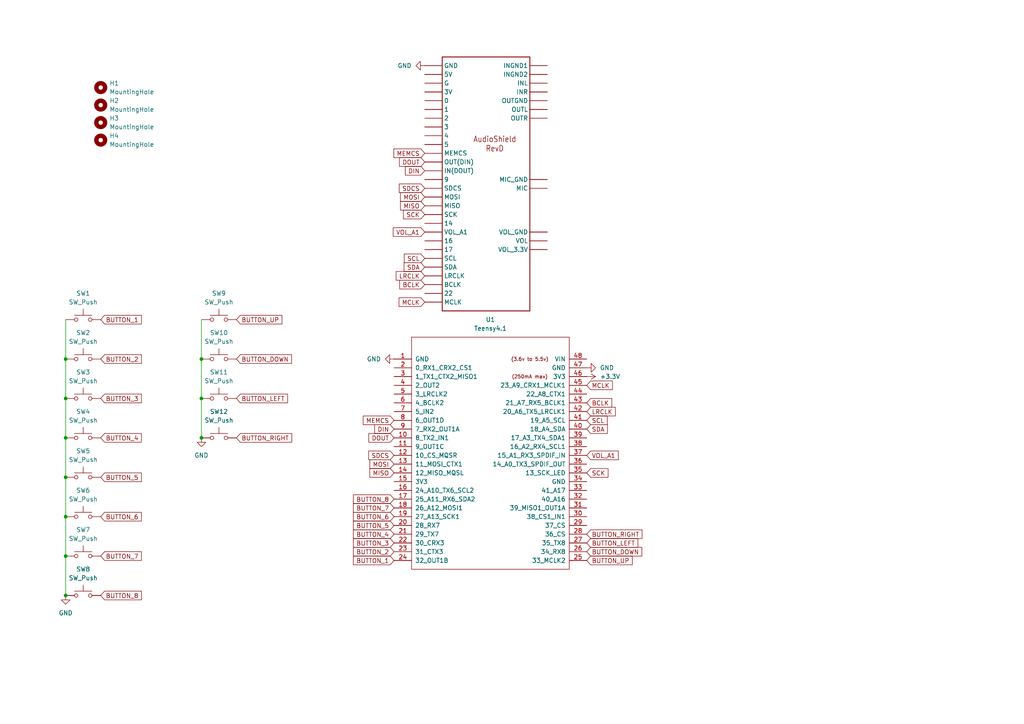
<source format=kicad_sch>
(kicad_sch (version 20231120) (generator "eeschema") (generator_version "8.0")
  (paper "A4")
  (lib_symbols
    (symbol "Mechanical:MountingHole" (pin_names (offset 1.016)) (exclude_from_sim yes) (in_bom no)
      (property "Reference" "H" (at 0 5.08 0))
      (property "Value" "MountingHole" (at 0 3.175 0))
      (symbol "MountingHole_0_1"
        (circle (center 0 0) (radius 1.27) (stroke (width 1.27)))
      )
    )
    (symbol "Switch:SW_Push" (pin_numbers hide) (pin_names (offset 1.016) hide)
      (property "Reference" "SW" (at 1.27 2.54 0))
      (property "Value" "SW_Push" (at 0 -1.524 0))
      (symbol "SW_Push_0_1"
        (circle (center -2.032 0) (radius 0.508))
        (polyline (pts (xy 0 1.27) (xy 0 3.048)))
        (polyline (pts (xy 2.54 1.27) (xy -2.54 1.27)))
        (circle (center 2.032 0) (radius 0.508))
        (pin passive line (at -5.08 0 0) (length 2.54) (name "1") (number "1"))
        (pin passive line (at 5.08 0 180) (length 2.54) (name "2") (number "2"))
      )
    )
    (symbol "power:+3.3V" (power) (pin_numbers hide) (pin_names (offset 0) hide)
      (property "Value" "+3.3V" (at 0 3.556 0))
      (symbol "+3.3V_0_1"
        (polyline (pts (xy -0.762 1.27) (xy 0 2.54)))
        (polyline (pts (xy 0 0) (xy 0 2.54)))
        (polyline (pts (xy 0 2.54) (xy 0.762 1.27)))
      )
      (symbol "+3.3V_1_1"
        (pin power_in line (at 0 0 90) (length 0) (name "~") (number "1"))
      )
    )
    (symbol "power:GND" (power) (pin_numbers hide) (pin_names (offset 0) hide)
      (property "Value" "GND" (at 0 -3.81 0))
      (symbol "GND_0_1"
        (polyline (pts (xy 0 0) (xy 0 -1.27) (xy 1.27 -1.27) (xy 0 -2.54) (xy -1.27 -1.27) (xy 0 -1.27)))
      )
      (symbol "GND_1_1"
        (pin power_in line (at 0 0 270) (length 0) (name "~") (number "1"))
      )
    )
    (symbol "teensy:Teensy4.1" (pin_names (offset 1.016))
      (property "Reference" "U" (at 0 64.77 0))
      (property "Value" "Teensy4.1" (at 0 62.23 0))
      (symbol "Teensy4.1_0_0"
        (text "(250mA max)" (at 11.43 49.53 0) (effects (font (size 1.016 1.016))))
        (text "(3.6v to 5.5v)" (at 11.43 54.61 0) (effects (font (size 1.016 1.016))))
        (pin bidirectional line (at -27.94 31.75 0) (length 5.08) (name "8_TX2_IN1") (number "10"))
        (pin bidirectional line (at -27.94 29.21 0) (length 5.08) (name "9_OUT1C") (number "11"))
        (pin bidirectional line (at -27.94 26.67 0) (length 5.08) (name "10_CS_MQSR") (number "12"))
        (pin bidirectional line (at -27.94 24.13 0) (length 5.08) (name "11_MOSI_CTX1") (number "13"))
        (pin bidirectional line (at -27.94 21.59 0) (length 5.08) (name "12_MISO_MQSL") (number "14"))
        (pin power_in line (at -27.94 19.05 0) (length 5.08) (name "3V3") (number "15"))
        (pin bidirectional line (at -27.94 16.51 0) (length 5.08) (name "24_A10_TX6_SCL2") (number "16"))
        (pin bidirectional line (at -27.94 13.97 0) (length 5.08) (name "25_A11_RX6_SDA2") (number "17"))
        (pin bidirectional line (at -27.94 11.43 0) (length 5.08) (name "26_A12_MOSI1") (number "18"))
        (pin bidirectional line (at -27.94 8.89 0) (length 5.08) (name "27_A13_SCK1") (number "19"))
        (pin bidirectional line (at -27.94 6.35 0) (length 5.08) (name "28_RX7") (number "20"))
        (pin bidirectional line (at -27.94 3.81 0) (length 5.08) (name "29_TX7") (number "21"))
        (pin bidirectional line (at -27.94 1.27 0) (length 5.08) (name "30_CRX3") (number "22"))
        (pin bidirectional line (at -27.94 -1.27 0) (length 5.08) (name "31_CTX3") (number "23"))
        (pin bidirectional line (at -27.94 -3.81 0) (length 5.08) (name "32_OUT1B") (number "24"))
        (pin bidirectional line (at 27.94 -3.81 180) (length 5.08) (name "33_MCLK2") (number "25"))
        (pin bidirectional line (at 27.94 -1.27 180) (length 5.08) (name "34_RX8") (number "26"))
        (pin bidirectional line (at 27.94 1.27 180) (length 5.08) (name "35_TX8") (number "27"))
        (pin bidirectional line (at 27.94 3.81 180) (length 5.08) (name "36_CS") (number "28"))
        (pin bidirectional line (at 27.94 6.35 180) (length 5.08) (name "37_CS") (number "29"))
        (pin bidirectional line (at 27.94 8.89 180) (length 5.08) (name "38_CS1_IN1") (number "30"))
        (pin bidirectional line (at 27.94 11.43 180) (length 5.08) (name "39_MISO1_OUT1A") (number "31"))
        (pin bidirectional line (at 27.94 13.97 180) (length 5.08) (name "40_A16") (number "32"))
        (pin bidirectional line (at 27.94 16.51 180) (length 5.08) (name "41_A17") (number "33"))
        (pin bidirectional line (at 27.94 21.59 180) (length 5.08) (name "13_SCK_LED") (number "35"))
        (pin bidirectional line (at 27.94 24.13 180) (length 5.08) (name "14_A0_TX3_SPDIF_OUT") (number "36"))
        (pin bidirectional line (at 27.94 26.67 180) (length 5.08) (name "15_A1_RX3_SPDIF_IN") (number "37"))
        (pin bidirectional line (at 27.94 29.21 180) (length 5.08) (name "16_A2_RX4_SCL1") (number "38"))
        (pin bidirectional line (at 27.94 31.75 180) (length 5.08) (name "17_A3_TX4_SDA1") (number "39"))
        (pin bidirectional line (at 27.94 34.29 180) (length 5.08) (name "18_A4_SDA") (number "40"))
        (pin bidirectional line (at 27.94 36.83 180) (length 5.08) (name "19_A5_SCL") (number "41"))
        (pin bidirectional line (at 27.94 39.37 180) (length 5.08) (name "20_A6_TX5_LRCLK1") (number "42"))
        (pin bidirectional line (at 27.94 41.91 180) (length 5.08) (name "21_A7_RX5_BCLK1") (number "43"))
        (pin bidirectional line (at 27.94 44.45 180) (length 5.08) (name "22_A8_CTX1") (number "44"))
        (pin bidirectional line (at 27.94 46.99 180) (length 5.08) (name "23_A9_CRX1_MCLK1") (number "45"))
        (pin output line (at 27.94 49.53 180) (length 5.08) (name "3V3") (number "46"))
        (pin output line (at 27.94 52.07 180) (length 5.08) (name "GND") (number "47"))
        (pin power_in line (at 27.94 54.61 180) (length 5.08) (name "VIN") (number "48"))
        (pin bidirectional line (at -27.94 44.45 0) (length 5.08) (name "3_LRCLK2") (number "5"))
        (pin bidirectional line (at -27.94 41.91 0) (length 5.08) (name "4_BCLK2") (number "6"))
        (pin bidirectional line (at -27.94 39.37 0) (length 5.08) (name "5_IN2") (number "7"))
        (pin bidirectional line (at -27.94 36.83 0) (length 5.08) (name "6_OUT1D") (number "8"))
        (pin bidirectional line (at -27.94 34.29 0) (length 5.08) (name "7_RX2_OUT1A") (number "9"))
      )
      (symbol "Teensy4.1_0_1"
        (rectangle (start -22.86 60.96) (end 22.86 -6.35))
        (rectangle (start -20.32 -1.27) (end -20.32 -1.27))
      )
      (symbol "Teensy4.1_1_1"
        (pin power_in line (at -27.94 54.61 0) (length 5.08) (name "GND") (number "1"))
        (pin bidirectional line (at -27.94 52.07 0) (length 5.08) (name "0_RX1_CRX2_CS1") (number "2"))
        (pin bidirectional line (at -27.94 49.53 0) (length 5.08) (name "1_TX1_CTX2_MISO1") (number "3"))
        (pin power_in line (at 27.94 19.05 180) (length 5.08) (name "GND") (number "34"))
        (pin bidirectional line (at -27.94 46.99 0) (length 5.08) (name "2_OUT2") (number "4"))
      )
    )
    (symbol "teensy_audio_shield:AUDIOSHIELD-REVD"
      (symbol "AUDIOSHIELD-REVD_1_0"
        (polyline (pts (xy -12.7 -35.56) (xy -12.7 38.1)) (stroke (width 0.254)))
        (polyline (pts (xy -12.7 38.1) (xy 12.7 38.1)) (stroke (width 0.254)))
        (polyline (pts (xy 12.7 -35.56) (xy -12.7 -35.56)) (stroke (width 0.254)))
        (polyline (pts (xy 12.7 38.1) (xy 12.7 -35.56)) (stroke (width 0.254)))
        (text "AudioShield\nRevD" (at 2.54 15.24 0) (effects (font (size 1.6764 1.4249)) (justify top)))
        (pin bidirectional line (at -17.78 25.4 0) (length 5.08) (name "0") (number "0"))
        (pin bidirectional line (at -17.78 22.86 0) (length 5.08) (name "1") (number "1"))
        (pin bidirectional line (at -17.78 0 0) (length 5.08) (name "SDCS") (number "10"))
        (pin bidirectional line (at -17.78 -2.54 0) (length 5.08) (name "MOSI") (number "11"))
        (pin bidirectional line (at -17.78 -5.08 0) (length 5.08) (name "MISO") (number "12"))
        (pin bidirectional line (at -17.78 -7.62 0) (length 5.08) (name "SCK") (number "13"))
        (pin bidirectional line (at -17.78 -10.16 0) (length 5.08) (name "14") (number "14"))
        (pin bidirectional line (at -17.78 -12.7 0) (length 5.08) (name "VOL_A1") (number "15"))
        (pin bidirectional line (at -17.78 -15.24 0) (length 5.08) (name "16") (number "16"))
        (pin bidirectional line (at -17.78 -17.78 0) (length 5.08) (name "17") (number "17"))
        (pin bidirectional line (at -17.78 -22.86 0) (length 5.08) (name "SDA") (number "18"))
        (pin bidirectional line (at -17.78 -20.32 0) (length 5.08) (name "SCL") (number "19"))
        (pin bidirectional line (at -17.78 20.32 0) (length 5.08) (name "2") (number "2"))
        (pin bidirectional line (at -17.78 -25.4 0) (length 5.08) (name "LRCLK") (number "20"))
        (pin bidirectional line (at -17.78 -27.94 0) (length 5.08) (name "BCLK") (number "21"))
        (pin bidirectional line (at -17.78 -30.48 0) (length 5.08) (name "22") (number "22"))
        (pin bidirectional line (at -17.78 -33.02 0) (length 5.08) (name "MCLK") (number "23"))
        (pin bidirectional line (at -17.78 17.78 0) (length 5.08) (name "3") (number "3"))
        (pin bidirectional line (at -17.78 27.94 0) (length 5.08) (name "3V") (number "3V"))
        (pin bidirectional line (at -17.78 15.24 0) (length 5.08) (name "4") (number "4"))
        (pin bidirectional line (at -17.78 12.7 0) (length 5.08) (name "5") (number "5"))
        (pin bidirectional line (at -17.78 33.02 0) (length 5.08) (name "5V") (number "5V"))
        (pin bidirectional line (at -17.78 10.16 0) (length 5.08) (name "MEMCS") (number "6"))
        (pin bidirectional line (at -17.78 7.62 0) (length 5.08) (name "OUT(DIN)") (number "7"))
        (pin bidirectional line (at -17.78 5.08 0) (length 5.08) (name "IN(DOUT)") (number "8"))
        (pin bidirectional line (at -17.78 2.54 0) (length 5.08) (name "9") (number "9"))
        (pin bidirectional line (at -17.78 30.48 0) (length 5.08) (name "G") (number "G"))
        (pin bidirectional line (at -17.78 35.56 0) (length 5.08) (name "GND") (number "GND"))
        (pin bidirectional line (at 17.78 2.54 180) (length 5.08) (name "MIC_GND") (number "GND_MIC"))
        (pin bidirectional line (at 17.78 35.56 180) (length 5.08) (name "INGND1") (number "INGND1"))
        (pin bidirectional line (at 17.78 33.02 180) (length 5.08) (name "INGND2") (number "INGND2"))
        (pin input line (at 17.78 30.48 180) (length 5.08) (name "INL") (number "INL"))
        (pin input line (at 17.78 27.94 180) (length 5.08) (name "INR") (number "INR"))
        (pin input line (at 17.78 0 180) (length 5.08) (name "MIC") (number "MIC"))
        (pin bidirectional line (at 17.78 25.4 180) (length 5.08) (name "OUTGND") (number "OUTGND"))
        (pin output line (at 17.78 22.86 180) (length 5.08) (name "OUTL") (number "OUTL"))
        (pin output line (at 17.78 20.32 180) (length 5.08) (name "OUTR") (number "OUTR"))
        (pin input line (at 17.78 -15.24 180) (length 5.08) (name "VOL") (number "VOL"))
        (pin bidirectional line (at 17.78 -17.78 180) (length 5.08) (name "VOL_3.3V") (number "VOL_3.3V"))
        (pin bidirectional line (at 17.78 -12.7 180) (length 5.08) (name "VOL_GND") (number "VOL_GND"))
      )
    )
  )
  (junction (at 19.05 127))
  (junction (at 58.42 104.14))
  (junction (at 19.05 149.86))
  (junction (at 58.42 127))
  (junction (at 58.42 115.57))
  (junction (at 19.05 115.57))
  (junction (at 19.05 138.43))
  (junction (at 19.05 172.72))
  (junction (at 19.05 104.14))
  (junction (at 19.05 161.29))
  (wire (pts (xy 19.05 92.71) (xy 19.05 104.14)))
  (wire (pts (xy 58.42 104.14) (xy 58.42 115.57)))
  (wire (pts (xy 58.42 115.57) (xy 58.42 127)))
  (wire (pts (xy 19.05 115.57) (xy 19.05 127)))
  (wire (pts (xy 19.05 149.86) (xy 19.05 161.29)))
  (wire (pts (xy 19.05 138.43) (xy 19.05 149.86)))
  (wire (pts (xy 19.05 104.14) (xy 19.05 115.57)))
  (wire (pts (xy 58.42 92.71) (xy 58.42 104.14)))
  (wire (pts (xy 19.05 127) (xy 19.05 138.43)))
  (wire (pts (xy 19.05 161.29) (xy 19.05 172.72)))
  (global_label "BUTTON_4" (shape input) (at 29.21 127 0) (property "Intersheetrefs" "${INTERSHEET_REFS}" (effects (hide yes))))
  (global_label "SCK" (shape input) (at 123.19 62.23 180) (property "Intersheetrefs" "${INTERSHEET_REFS}" (effects (hide yes))))
  (global_label "BUTTON_RIGHT" (shape input) (at 68.58 127 0) (property "Intersheetrefs" "${INTERSHEET_REFS}" (effects (hide yes))))
  (global_label "BUTTON_LEFT" (shape input) (at 68.58 115.57 0) (property "Intersheetrefs" "${INTERSHEET_REFS}" (effects (hide yes))))
  (global_label "BUTTON_LEFT" (shape input) (at 170.18 157.48 0) (property "Intersheetrefs" "${INTERSHEET_REFS}" (effects (hide yes))))
  (global_label "SDCS" (shape input) (at 123.19 54.61 180) (property "Intersheetrefs" "${INTERSHEET_REFS}" (effects (hide yes))))
  (global_label "MOSI" (shape input) (at 114.3 134.62 180) (property "Intersheetrefs" "${INTERSHEET_REFS}" (effects (hide yes))))
  (global_label "BUTTON_3" (shape input) (at 29.21 115.57 0) (property "Intersheetrefs" "${INTERSHEET_REFS}" (effects (hide yes))))
  (global_label "BUTTON_RIGHT" (shape input) (at 170.18 154.94 0) (property "Intersheetrefs" "${INTERSHEET_REFS}" (effects (hide yes))))
  (global_label "BUTTON_4" (shape input) (at 114.3 154.94 180) (property "Intersheetrefs" "${INTERSHEET_REFS}" (effects (hide yes))))
  (global_label "MEMCS" (shape input) (at 123.19 44.45 180) (property "Intersheetrefs" "${INTERSHEET_REFS}" (effects (hide yes))))
  (global_label "SDA" (shape input) (at 123.19 77.47 180) (property "Intersheetrefs" "${INTERSHEET_REFS}" (effects (hide yes))))
  (global_label "LRCLK" (shape input) (at 170.18 119.38 0) (property "Intersheetrefs" "${INTERSHEET_REFS}" (effects (hide yes))))
  (global_label "BUTTON_UP" (shape input) (at 170.18 162.56 0) (property "Intersheetrefs" "${INTERSHEET_REFS}" (effects (hide yes))))
  (global_label "SCK" (shape input) (at 170.18 137.16 0) (property "Intersheetrefs" "${INTERSHEET_REFS}" (effects (hide yes))))
  (global_label "MISO" (shape input) (at 114.3 137.16 180) (property "Intersheetrefs" "${INTERSHEET_REFS}" (effects (hide yes))))
  (global_label "MCLK" (shape input) (at 123.19 87.63 180) (property "Intersheetrefs" "${INTERSHEET_REFS}" (effects (hide yes))))
  (global_label "BUTTON_2" (shape input) (at 29.21 104.14 0) (property "Intersheetrefs" "${INTERSHEET_REFS}" (effects (hide yes))))
  (global_label "VOL_A1" (shape input) (at 170.18 132.08 0) (property "Intersheetrefs" "${INTERSHEET_REFS}" (effects (hide yes))))
  (global_label "SCL" (shape input) (at 170.18 121.92 0) (property "Intersheetrefs" "${INTERSHEET_REFS}" (effects (hide yes))))
  (global_label "BUTTON_UP" (shape input) (at 68.58 92.71 0) (property "Intersheetrefs" "${INTERSHEET_REFS}" (effects (hide yes))))
  (global_label "BUTTON_6" (shape input) (at 114.3 149.86 180) (property "Intersheetrefs" "${INTERSHEET_REFS}" (effects (hide yes))))
  (global_label "DIN" (shape input) (at 114.3 124.46 180) (property "Intersheetrefs" "${INTERSHEET_REFS}" (effects (hide yes))))
  (global_label "VOL_A1" (shape input) (at 123.19 67.31 180) (property "Intersheetrefs" "${INTERSHEET_REFS}" (effects (hide yes))))
  (global_label "SCL" (shape input) (at 123.19 74.93 180) (property "Intersheetrefs" "${INTERSHEET_REFS}" (effects (hide yes))))
  (global_label "BUTTON_5" (shape input) (at 29.21 138.43 0) (property "Intersheetrefs" "${INTERSHEET_REFS}" (effects (hide yes))))
  (global_label "DIN" (shape input) (at 123.19 49.53 180) (property "Intersheetrefs" "${INTERSHEET_REFS}" (effects (hide yes))))
  (global_label "MOSI" (shape input) (at 123.19 57.15 180) (property "Intersheetrefs" "${INTERSHEET_REFS}" (effects (hide yes))))
  (global_label "BUTTON_2" (shape input) (at 114.3 160.02 180) (property "Intersheetrefs" "${INTERSHEET_REFS}" (effects (hide yes))))
  (global_label "BUTTON_DOWN" (shape input) (at 68.58 104.14 0) (property "Intersheetrefs" "${INTERSHEET_REFS}" (effects (hide yes))))
  (global_label "BUTTON_1" (shape input) (at 29.21 92.71 0) (property "Intersheetrefs" "${INTERSHEET_REFS}" (effects (hide yes))))
  (global_label "BUTTON_8" (shape input) (at 29.21 172.72 0) (property "Intersheetrefs" "${INTERSHEET_REFS}" (effects (hide yes))))
  (global_label "MCLK" (shape input) (at 170.18 111.76 0) (property "Intersheetrefs" "${INTERSHEET_REFS}" (effects (hide yes))))
  (global_label "LRCLK" (shape input) (at 123.19 80.01 180) (property "Intersheetrefs" "${INTERSHEET_REFS}" (effects (hide yes))))
  (global_label "SDA" (shape input) (at 170.18 124.46 0) (property "Intersheetrefs" "${INTERSHEET_REFS}" (effects (hide yes))))
  (global_label "BUTTON_3" (shape input) (at 114.3 157.48 180) (property "Intersheetrefs" "${INTERSHEET_REFS}" (effects (hide yes))))
  (global_label "BCLK" (shape input) (at 123.19 82.55 180) (property "Intersheetrefs" "${INTERSHEET_REFS}" (effects (hide yes))))
  (global_label "BUTTON_7" (shape input) (at 29.21 161.29 0) (property "Intersheetrefs" "${INTERSHEET_REFS}" (effects (hide yes))))
  (global_label "BUTTON_DOWN" (shape input) (at 170.18 160.02 0) (property "Intersheetrefs" "${INTERSHEET_REFS}" (effects (hide yes))))
  (global_label "SDCS" (shape input) (at 114.3 132.08 180) (property "Intersheetrefs" "${INTERSHEET_REFS}" (effects (hide yes))))
  (global_label "BUTTON_8" (shape input) (at 114.3 144.78 180) (property "Intersheetrefs" "${INTERSHEET_REFS}" (effects (hide yes))))
  (global_label "MISO" (shape input) (at 123.19 59.69 180) (property "Intersheetrefs" "${INTERSHEET_REFS}" (effects (hide yes))))
  (global_label "BCLK" (shape input) (at 170.18 116.84 0) (property "Intersheetrefs" "${INTERSHEET_REFS}" (effects (hide yes))))
  (global_label "BUTTON_1" (shape input) (at 114.3 162.56 180) (property "Intersheetrefs" "${INTERSHEET_REFS}" (effects (hide yes))))
  (global_label "DOUT" (shape input) (at 123.19 46.99 180) (property "Intersheetrefs" "${INTERSHEET_REFS}" (effects (hide yes))))
  (global_label "MEMCS" (shape input) (at 114.3 121.92 180) (property "Intersheetrefs" "${INTERSHEET_REFS}" (effects (hide yes))))
  (global_label "BUTTON_6" (shape input) (at 29.21 149.86 0) (property "Intersheetrefs" "${INTERSHEET_REFS}" (effects (hide yes))))
  (global_label "DOUT" (shape input) (at 114.3 127 180) (property "Intersheetrefs" "${INTERSHEET_REFS}" (effects (hide yes))))
  (global_label "BUTTON_5" (shape input) (at 114.3 152.4 180) (property "Intersheetrefs" "${INTERSHEET_REFS}" (effects (hide yes))))
  (global_label "BUTTON_7" (shape input) (at 114.3 147.32 180) (property "Intersheetrefs" "${INTERSHEET_REFS}" (effects (hide yes))))
  (symbol (lib_id "Switch:SW_Push") (at 24.13 172.72 0) (unit 1)
    (property "Reference" "SW8" (at 24.13 165.1 0))
    (property "Value" "SW_Push" (at 24.13 167.64 0))
    (property "Footprint" "Button_Switch_Keyboard:SW_Cherry_MX_1.00u_PCB" (effects (hide yes)))
    (property "Description" "Push button switch, generic, two pins" (effects (hide yes)))
  )
  (symbol (lib_id "Switch:SW_Push") (at 24.13 149.86 0) (unit 1)
    (property "Reference" "SW6" (at 24.13 142.24 0))
    (property "Value" "SW_Push" (at 24.13 144.78 0))
    (property "Footprint" "Button_Switch_Keyboard:SW_Cherry_MX_1.00u_PCB" (effects (hide yes)))
    (property "Description" "Push button switch, generic, two pins" (effects (hide yes)))
  )
  (symbol (lib_id "teensy:Teensy4.1") (at 142.24 158.75 0) (unit 1)
    (property "Reference" "U1" (at 142.24 92.71 0))
    (property "Value" "Teensy4.1" (at 142.24 95.25 0))
    (property "Footprint" "teensy.pretty-master:Teensy41" (effects (hide yes)))
  )
  (symbol (lib_id "Mechanical:MountingHole") (at 29.21 30.48 0) (unit 1) (exclude_from_sim yes) (in_bom no)
    (property "Reference" "H2" (at 31.75 29.2099 0) (effects (justify left)))
    (property "Value" "MountingHole" (at 31.75 31.7499 0) (effects (justify left)))
    (property "Footprint" "MountingHole:MountingHole_2.7mm" (effects (hide yes)))
    (property "Description" "Mounting Hole without connection" (effects (hide yes)))
  )
  (symbol (lib_id "Switch:SW_Push") (at 24.13 127 0) (unit 1)
    (property "Reference" "SW4" (at 24.13 119.38 0))
    (property "Value" "SW_Push" (at 24.13 121.92 0))
    (property "Footprint" "Button_Switch_Keyboard:SW_Cherry_MX_1.00u_PCB" (effects (hide yes)))
    (property "Description" "Push button switch, generic, two pins" (effects (hide yes)))
  )
  (symbol (lib_id "power:GND") (at 19.05 172.72 0) (unit 1)
    (property "Reference" "#PWR05" (effects (hide yes)))
    (property "Value" "GND" (at 19.05 177.8 0))
    (property "Description" "Power symbol creates a global label with name \"GND\" , ground" (effects (hide yes)))
  )
  (symbol (lib_id "Switch:SW_Push") (at 24.13 104.14 0) (unit 1)
    (property "Reference" "SW2" (at 24.13 96.52 0))
    (property "Value" "SW_Push" (at 24.13 99.06 0))
    (property "Footprint" "Button_Switch_Keyboard:SW_Cherry_MX_1.00u_PCB" (effects (hide yes)))
    (property "Description" "Push button switch, generic, two pins" (effects (hide yes)))
  )
  (symbol (lib_id "Switch:SW_Push") (at 24.13 92.71 0) (unit 1)
    (property "Reference" "SW1" (at 24.13 85.09 0))
    (property "Value" "SW_Push" (at 24.13 87.63 0))
    (property "Footprint" "Button_Switch_Keyboard:SW_Cherry_MX_1.00u_PCB" (effects (hide yes)))
    (property "Description" "Push button switch, generic, two pins" (effects (hide yes)))
  )
  (symbol (lib_id "Switch:SW_Push") (at 24.13 138.43 0) (unit 1)
    (property "Reference" "SW5" (at 24.13 130.81 0))
    (property "Value" "SW_Push" (at 24.13 133.35 0))
    (property "Footprint" "Button_Switch_Keyboard:SW_Cherry_MX_1.00u_PCB" (effects (hide yes)))
    (property "Description" "Push button switch, generic, two pins" (effects (hide yes)))
  )
  (symbol (lib_id "power:GND") (at 123.19 19.05 270) (unit 1)
    (property "Reference" "#PWR01" (effects (hide yes)))
    (property "Value" "GND" (at 119.38 19.0499 90) (effects (justify right)))
    (property "Description" "Power symbol creates a global label with name \"GND\" , ground" (effects (hide yes)))
  )
  (symbol (lib_id "Mechanical:MountingHole") (at 29.21 40.64 0) (unit 1) (exclude_from_sim yes) (in_bom no)
    (property "Reference" "H4" (at 31.75 39.3699 0) (effects (justify left)))
    (property "Value" "MountingHole" (at 31.75 41.9099 0) (effects (justify left)))
    (property "Footprint" "MountingHole:MountingHole_2.7mm" (effects (hide yes)))
    (property "Description" "Mounting Hole without connection" (effects (hide yes)))
  )
  (symbol (lib_id "power:+3.3V") (at 170.18 109.22 270) (unit 1)
    (property "Reference" "#PWR04" (effects (hide yes)))
    (property "Value" "+3.3V" (at 173.99 109.2199 90) (effects (justify left)))
    (property "Description" "Power symbol creates a global label with name \"+3.3V\"" (effects (hide yes)))
  )
  (symbol (lib_id "Mechanical:MountingHole") (at 29.21 35.56 0) (unit 1) (exclude_from_sim yes) (in_bom no)
    (property "Reference" "H3" (at 31.75 34.2899 0) (effects (justify left)))
    (property "Value" "MountingHole" (at 31.75 36.8299 0) (effects (justify left)))
    (property "Footprint" "MountingHole:MountingHole_2.7mm" (effects (hide yes)))
    (property "Description" "Mounting Hole without connection" (effects (hide yes)))
  )
  (symbol (lib_id "Switch:SW_Push") (at 24.13 161.29 0) (unit 1)
    (property "Reference" "SW7" (at 24.13 153.67 0))
    (property "Value" "SW_Push" (at 24.13 156.21 0))
    (property "Footprint" "Button_Switch_Keyboard:SW_Cherry_MX_1.00u_PCB" (effects (hide yes)))
    (property "Description" "Push button switch, generic, two pins" (effects (hide yes)))
  )
  (symbol (lib_id "Switch:SW_Push") (at 63.5 92.71 0) (unit 1)
    (property "Reference" "SW9" (at 63.5 85.09 0))
    (property "Value" "SW_Push" (at 63.5 87.63 0))
    (property "Footprint" "Button_Switch_Keyboard:SW_Cherry_MX_1.00u_PCB" (effects (hide yes)))
    (property "Description" "Push button switch, generic, two pins" (effects (hide yes)))
  )
  (symbol (lib_id "Switch:SW_Push") (at 63.5 127 0) (unit 1)
    (property "Reference" "SW12" (at 63.5 119.38 0))
    (property "Value" "SW_Push" (at 63.5 121.92 0))
    (property "Footprint" "Button_Switch_Keyboard:SW_Cherry_MX_1.00u_PCB" (effects (hide yes)))
    (property "Description" "Push button switch, generic, two pins" (effects (hide yes)))
  )
  (symbol (lib_id "power:GND") (at 114.3 104.14 270) (unit 1)
    (property "Reference" "#PWR02" (effects (hide yes)))
    (property "Value" "GND" (at 110.49 104.1399 90) (effects (justify right)))
    (property "Description" "Power symbol creates a global label with name \"GND\" , ground" (effects (hide yes)))
  )
  (symbol (lib_id "Switch:SW_Push") (at 63.5 115.57 0) (unit 1)
    (property "Reference" "SW11" (at 63.5 107.95 0))
    (property "Value" "SW_Push" (at 63.5 110.49 0))
    (property "Footprint" "Button_Switch_Keyboard:SW_Cherry_MX_1.00u_PCB" (effects (hide yes)))
    (property "Description" "Push button switch, generic, two pins" (effects (hide yes)))
  )
  (symbol (lib_id "power:GND") (at 58.42 127 0) (unit 1)
    (property "Reference" "#PWR06" (effects (hide yes)))
    (property "Value" "GND" (at 58.42 132.08 0))
    (property "Description" "Power symbol creates a global label with name \"GND\" , ground" (effects (hide yes)))
  )
  (symbol (lib_id "power:GND") (at 170.18 106.68 90) (unit 1)
    (property "Reference" "#PWR03" (effects (hide yes)))
    (property "Value" "GND" (at 173.99 106.6799 90) (effects (justify right)))
    (property "Description" "Power symbol creates a global label with name \"GND\" , ground" (effects (hide yes)))
  )
  (symbol (lib_id "teensy_audio_shield:AUDIOSHIELD-REVD") (at 140.97 54.61 0) (unit 1)
    (property "Reference" "1" (effects (hide yes)))
    (property "Footprint" "teensy_audio_shield:4.0audioshield" (effects (hide yes)))
  )
  (symbol (lib_id "Switch:SW_Push") (at 24.13 115.57 0) (unit 1)
    (property "Reference" "SW3" (at 24.13 107.95 0))
    (property "Value" "SW_Push" (at 24.13 110.49 0))
    (property "Footprint" "Button_Switch_Keyboard:SW_Cherry_MX_1.00u_PCB" (effects (hide yes)))
    (property "Description" "Push button switch, generic, two pins" (effects (hide yes)))
  )
  (symbol (lib_id "Mechanical:MountingHole") (at 29.21 25.4 0) (unit 1) (exclude_from_sim yes) (in_bom no)
    (property "Reference" "H1" (at 31.75 24.1299 0) (effects (justify left)))
    (property "Value" "MountingHole" (at 31.75 26.6699 0) (effects (justify left)))
    (property "Footprint" "MountingHole:MountingHole_2.7mm" (effects (hide yes)))
    (property "Description" "Mounting Hole without connection" (effects (hide yes)))
  )
  (symbol (lib_id "Switch:SW_Push") (at 63.5 104.14 0) (unit 1)
    (property "Reference" "SW10" (at 63.5 96.52 0))
    (property "Value" "SW_Push" (at 63.5 99.06 0))
    (property "Footprint" "Button_Switch_Keyboard:SW_Cherry_MX_1.00u_PCB" (effects (hide yes)))
    (property "Description" "Push button switch, generic, two pins" (effects (hide yes)))
  )
)
</source>
